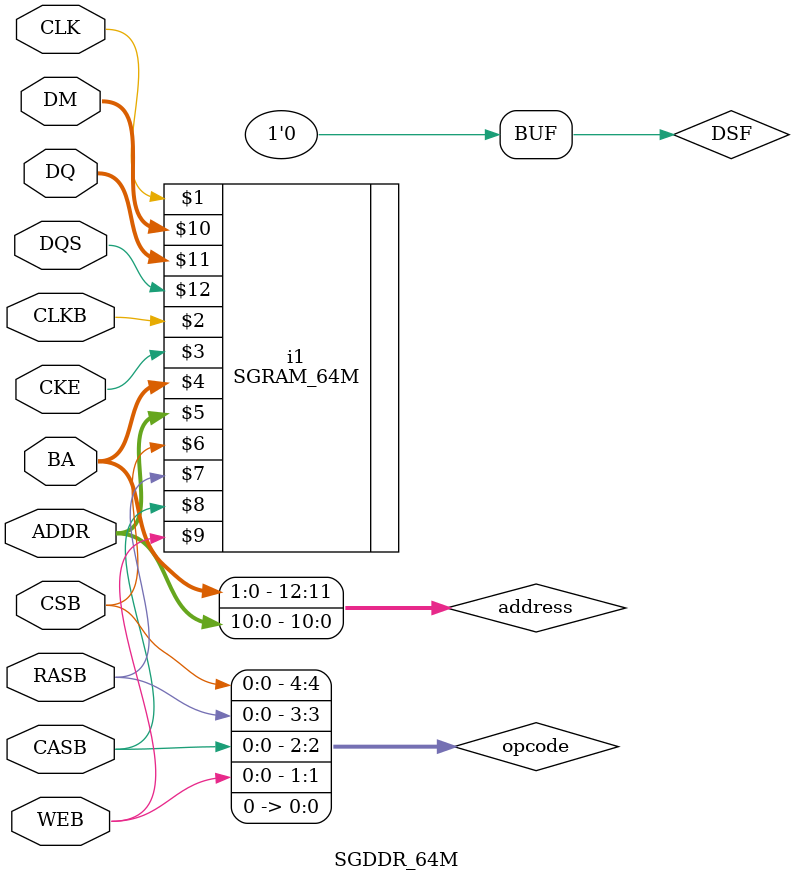
<source format=v>
`timescale    1ns / 10ps

module SGDDR_64M (CLK, CLKB, CSB, RASB, CASB, WEB, BA, ADDR, DQ, DQS, CKE, DM);
inout   [31:0]  DQ;
input   [1:0]   BA;
input   [10:0]  ADDR;
input           RASB,CASB,WEB;
input           CLK,CLKB,CKE,CSB;
input   [3:0]   DM;
inout           DQS;

reg DSF;

wire [4:0] opcode = {CSB, RASB, CASB, WEB, DSF};
wire [12:0] address = {BA, ADDR};

reg WBE,VBL,PRT,UPDN;

initial 
begin
  DSF = 0;
end

defparam i1.pwrup_check=0;

SGRAM_64M  i1 (CLK, CLKB, CKE, BA, ADDR, CSB, RASB, CASB, WEB, DM, DQ, DQS);
endmodule

`include "SGDDR_64M_rev03.vp"

</source>
